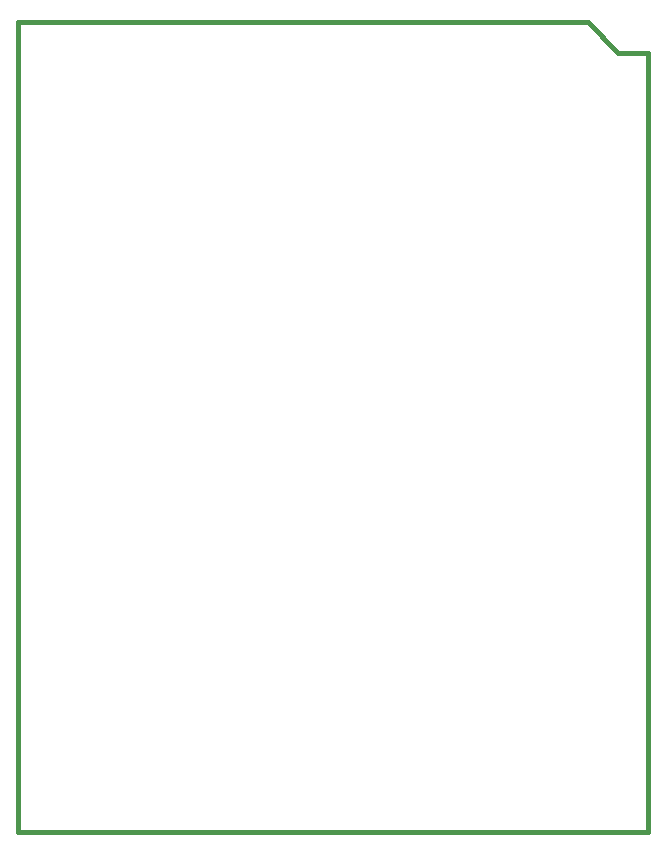
<source format=gm1>
G04 #@! TF.FileFunction,Profile,NP*
%FSLAX46Y46*%
G04 Gerber Fmt 4.6, Leading zero omitted, Abs format (unit mm)*
G04 Created by KiCad (PCBNEW 4.0.6) date 10/15/17 15:06:52*
%MOMM*%
%LPD*%
G01*
G04 APERTURE LIST*
%ADD10C,0.150000*%
%ADD11C,0.381000*%
G04 APERTURE END LIST*
D10*
D11*
X50000Y59680000D02*
X50000Y-8895000D01*
X48300000Y59680000D02*
X50000Y59680000D01*
X50850000Y57130000D02*
X48300000Y59680000D01*
X53350000Y57130000D02*
X50850000Y57130000D01*
X53350000Y-8895000D02*
X53350000Y57130000D01*
X50000Y-8895000D02*
X53350000Y-8895000D01*
M02*

</source>
